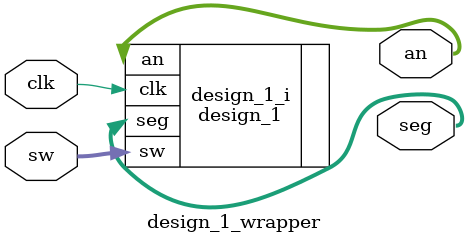
<source format=v>
`timescale 1 ps / 1 ps

module design_1_wrapper
   (an,
    clk,
    seg,
    sw);
  output [7:0]an;
  input clk;
  output [6:0]seg;
  input [3:0]sw;

  wire [7:0]an;
  wire clk;
  wire [6:0]seg;
  wire [3:0]sw;

  design_1 design_1_i
       (.an(an),
        .clk(clk),
        .seg(seg),
        .sw(sw));
endmodule

</source>
